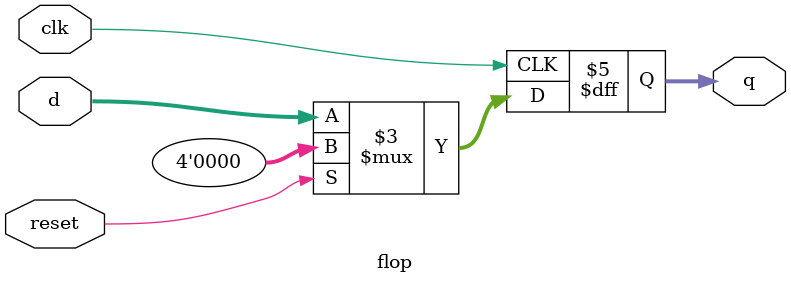
<source format=v>
module flop #(parameter WIDTH = 4) (input clk, reset, input [WIDTH-1 : 0] d, output reg [WIDTH-1 : 0] q);
    always @ (posedge clk) begin
        if(reset) q <= 0;
       // else if(en) q<=d;
        else q <= d;
        end
endmodule

</source>
